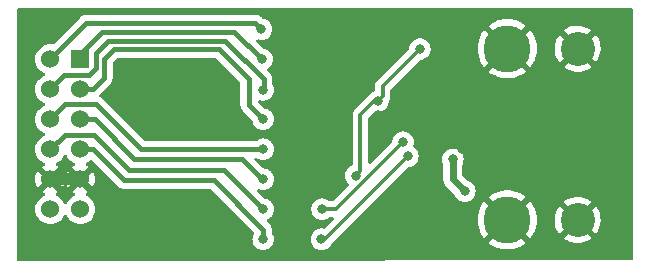
<source format=gbl>
%TF.GenerationSoftware,KiCad,Pcbnew,(6.0.5)*%
%TF.CreationDate,2022-06-04T23:49:02-06:00*%
%TF.ProjectId,PMOD_HDMI,504d4f44-5f48-4444-9d49-2e6b69636164,rev?*%
%TF.SameCoordinates,Original*%
%TF.FileFunction,Copper,L2,Bot*%
%TF.FilePolarity,Positive*%
%FSLAX46Y46*%
G04 Gerber Fmt 4.6, Leading zero omitted, Abs format (unit mm)*
G04 Created by KiCad (PCBNEW (6.0.5)) date 2022-06-04 23:49:02*
%MOMM*%
%LPD*%
G01*
G04 APERTURE LIST*
%TA.AperFunction,ComponentPad*%
%ADD10R,1.524000X1.524000*%
%TD*%
%TA.AperFunction,ComponentPad*%
%ADD11C,1.524000*%
%TD*%
%TA.AperFunction,ComponentPad*%
%ADD12C,3.990000*%
%TD*%
%TA.AperFunction,ComponentPad*%
%ADD13C,2.880000*%
%TD*%
%TA.AperFunction,ViaPad*%
%ADD14C,0.800000*%
%TD*%
%TA.AperFunction,Conductor*%
%ADD15C,0.400000*%
%TD*%
%TA.AperFunction,Conductor*%
%ADD16C,0.300000*%
%TD*%
%TA.AperFunction,Conductor*%
%ADD17C,1.000000*%
%TD*%
%TA.AperFunction,Conductor*%
%ADD18C,0.600000*%
%TD*%
G04 APERTURE END LIST*
D10*
%TO.P,PMOD1,1,IOA0*%
%TO.N,/HDMI_BN*%
X80010000Y-97790000D03*
D11*
%TO.P,PMOD1,7,IOB0*%
%TO.N,/HDMI_BP*%
X77470000Y-97790000D03*
%TO.P,PMOD1,2,IOA1*%
%TO.N,/HDMI_GN*%
X80010000Y-100330000D03*
%TO.P,PMOD1,8,IOB1*%
%TO.N,/HDMI_GP*%
X77470000Y-100330000D03*
%TO.P,PMOD1,3,IOA2*%
%TO.N,/HDMI_RN*%
X80010000Y-102870000D03*
%TO.P,PMOD1,9,IOB2*%
%TO.N,/HDMI_RP*%
X77470000Y-102870000D03*
%TO.P,PMOD1,4,IOA3*%
%TO.N,/HDMI_CN*%
X80010000Y-105410000D03*
%TO.P,PMOD1,10,IOB3*%
%TO.N,/HDMI_CP*%
X77470000Y-105410000D03*
%TO.P,PMOD1,5,GND*%
%TO.N,GND*%
X80010000Y-107950000D03*
%TO.P,PMOD1,11,GND*%
X77470000Y-107950000D03*
%TO.P,PMOD1,6,VCC*%
%TO.N,+3V3*%
X80010000Y-110490000D03*
%TO.P,PMOD1,12,VCC*%
X77470000Y-110490000D03*
%TD*%
D12*
%TO.P,J1,MH1,MH1*%
%TO.N,GND*%
X116160000Y-96890000D03*
%TO.P,J1,MH2,MH2*%
X116160000Y-111390000D03*
D13*
%TO.P,J1,MH3,MH3*%
X122120000Y-96890000D03*
%TO.P,J1,MH4,MH4*%
X122120000Y-111390000D03*
%TD*%
D14*
%TO.N,GND*%
X82346800Y-100787200D03*
X91287600Y-98247200D03*
%TO.N,+3V3*%
X103327200Y-107645200D03*
X108762800Y-96926400D03*
X105206800Y-101346000D03*
%TO.N,/HDMI_BN*%
X95402400Y-97790000D03*
%TO.N,/HDMI_BP*%
X95351600Y-95250000D03*
%TO.N,/HDMI_CN*%
X95504000Y-113030000D03*
%TO.N,/HDMI_CP*%
X95504000Y-110490000D03*
%TO.N,/HDMI_RN*%
X95504000Y-107950000D03*
%TO.N,/HDMI_RP*%
X95504000Y-105410000D03*
%TO.N,/HDMI_GN*%
X95504000Y-102870000D03*
%TO.N,/HDMI_GP*%
X95504000Y-100380800D03*
%TO.N,GND*%
X105254687Y-102538900D03*
%TO.N,/HDMI_CLKN*%
X100431600Y-113030000D03*
X107746800Y-106019600D03*
%TO.N,/HDMI_CLKP*%
X100482400Y-110490000D03*
X107340400Y-104800400D03*
%TO.N,/HDMI_5V*%
X112572800Y-108966000D03*
X111556800Y-106273600D03*
%TO.N,GND*%
X107325332Y-101869068D03*
X112369600Y-105389020D03*
%TD*%
D15*
%TO.N,/HDMI_RN*%
X81229200Y-102870000D02*
X80010000Y-102870000D01*
X84582000Y-106222800D02*
X81229200Y-102870000D01*
X95402400Y-107950000D02*
X93675200Y-106222800D01*
X95504000Y-107950000D02*
X95402400Y-107950000D01*
X93675200Y-106222800D02*
X84582000Y-106222800D01*
%TO.N,/HDMI_GN*%
X91762325Y-96943925D02*
X82837275Y-96943925D01*
X94284800Y-101650800D02*
X94284800Y-99466400D01*
X94284800Y-99466400D02*
X91762325Y-96943925D01*
X82036330Y-97744870D02*
X82036330Y-99391380D01*
X81097710Y-100330000D02*
X80010000Y-100330000D01*
X95504000Y-102870000D02*
X94284800Y-101650800D01*
X82837275Y-96943925D02*
X82036330Y-97744870D01*
X82036330Y-99391380D02*
X81097710Y-100330000D01*
%TO.N,/HDMI_GP*%
X95554800Y-100330000D02*
X95504000Y-100380800D01*
X95554800Y-99466400D02*
X95554800Y-100330000D01*
X82397600Y-96215200D02*
X92303600Y-96215200D01*
X81381600Y-97231200D02*
X82397600Y-96215200D01*
X92303600Y-96215200D02*
X95554800Y-99466400D01*
X80772000Y-99161600D02*
X81381600Y-98552000D01*
X78638400Y-99161600D02*
X80772000Y-99161600D01*
X81381600Y-98552000D02*
X81381600Y-97231200D01*
X77470000Y-100330000D02*
X78638400Y-99161600D01*
%TO.N,/HDMI_BN*%
X81889600Y-95453200D02*
X93065600Y-95453200D01*
X93065600Y-95453200D02*
X95402400Y-97790000D01*
X80010000Y-97332800D02*
X81889600Y-95453200D01*
X80010000Y-97790000D02*
X80010000Y-97332800D01*
D16*
%TO.N,+3V3*%
X105613200Y-100939600D02*
X105206800Y-101346000D01*
X108762800Y-96926400D02*
X105613200Y-100076000D01*
X105613200Y-100076000D02*
X105613200Y-100939600D01*
X103733600Y-102514400D02*
X104902000Y-101346000D01*
X104902000Y-101346000D02*
X105206800Y-101346000D01*
X103733600Y-107238800D02*
X103733600Y-102514400D01*
X103327200Y-107645200D02*
X103733600Y-107238800D01*
D15*
%TO.N,/HDMI_BP*%
X80518000Y-94742000D02*
X94843600Y-94742000D01*
X94843600Y-94742000D02*
X95351600Y-95250000D01*
X77470000Y-97790000D02*
X80518000Y-94742000D01*
%TO.N,/HDMI_CN*%
X83718400Y-108051600D02*
X81076800Y-105410000D01*
X91338400Y-108051600D02*
X83718400Y-108051600D01*
X95504000Y-112217200D02*
X91338400Y-108051600D01*
X95504000Y-113030000D02*
X95504000Y-112217200D01*
X81076800Y-105410000D02*
X80010000Y-105410000D01*
%TO.N,/HDMI_CP*%
X78689200Y-104190800D02*
X77470000Y-105410000D01*
X81178400Y-104190800D02*
X78689200Y-104190800D01*
X84124800Y-107137200D02*
X81178400Y-104190800D01*
X92151200Y-107137200D02*
X84124800Y-107137200D01*
X95504000Y-110490000D02*
X92151200Y-107137200D01*
%TO.N,/HDMI_RP*%
X78740000Y-101600000D02*
X77470000Y-102870000D01*
X81330800Y-101600000D02*
X78740000Y-101600000D01*
X85140800Y-105410000D02*
X81330800Y-101600000D01*
X95504000Y-105410000D02*
X85140800Y-105410000D01*
D17*
%TO.N,GND*%
X80010000Y-107950000D02*
X77470000Y-107950000D01*
D18*
%TO.N,/HDMI_5V*%
X111556800Y-107950000D02*
X111556800Y-106273600D01*
X112572800Y-108966000D02*
X111556800Y-107950000D01*
D16*
%TO.N,/HDMI_CLKN*%
X100431600Y-113030000D02*
X100736400Y-113030000D01*
X100736400Y-113030000D02*
X107746800Y-106019600D01*
%TO.N,/HDMI_CLKP*%
X101650800Y-110490000D02*
X100482400Y-110490000D01*
X107340400Y-104800400D02*
X101650800Y-110490000D01*
%TD*%
%TA.AperFunction,Conductor*%
%TO.N,GND*%
G36*
X126738921Y-93492002D02*
G01*
X126785414Y-93545658D01*
X126796800Y-93598000D01*
X126796800Y-114682123D01*
X126776798Y-114750244D01*
X126723142Y-114796737D01*
X126670924Y-114808123D01*
X84625760Y-114849102D01*
X74802123Y-114858677D01*
X74733983Y-114838741D01*
X74687437Y-114785131D01*
X74676000Y-114732677D01*
X74676000Y-110490000D01*
X76194647Y-110490000D01*
X76214022Y-110711463D01*
X76271560Y-110926196D01*
X76273882Y-110931177D01*
X76273883Y-110931178D01*
X76363186Y-111122689D01*
X76363189Y-111122694D01*
X76365512Y-111127676D01*
X76368668Y-111132183D01*
X76368669Y-111132185D01*
X76394099Y-111168502D01*
X76493023Y-111309781D01*
X76650219Y-111466977D01*
X76654727Y-111470134D01*
X76654730Y-111470136D01*
X76730495Y-111523187D01*
X76832323Y-111594488D01*
X76837305Y-111596811D01*
X76837310Y-111596814D01*
X77028822Y-111686117D01*
X77033804Y-111688440D01*
X77039112Y-111689862D01*
X77039114Y-111689863D01*
X77072408Y-111698784D01*
X77248537Y-111745978D01*
X77470000Y-111765353D01*
X77691463Y-111745978D01*
X77867592Y-111698784D01*
X77900886Y-111689863D01*
X77900888Y-111689862D01*
X77906196Y-111688440D01*
X77911178Y-111686117D01*
X78102690Y-111596814D01*
X78102695Y-111596811D01*
X78107677Y-111594488D01*
X78209505Y-111523187D01*
X78285270Y-111470136D01*
X78285273Y-111470134D01*
X78289781Y-111466977D01*
X78446977Y-111309781D01*
X78545902Y-111168502D01*
X78571331Y-111132185D01*
X78571332Y-111132183D01*
X78574488Y-111127676D01*
X78576811Y-111122694D01*
X78576814Y-111122689D01*
X78625805Y-111017627D01*
X78672723Y-110964342D01*
X78741000Y-110944881D01*
X78808960Y-110965423D01*
X78854195Y-111017627D01*
X78903186Y-111122689D01*
X78903189Y-111122694D01*
X78905512Y-111127676D01*
X78908668Y-111132183D01*
X78908669Y-111132185D01*
X78934099Y-111168502D01*
X79033023Y-111309781D01*
X79190219Y-111466977D01*
X79194727Y-111470134D01*
X79194730Y-111470136D01*
X79270495Y-111523187D01*
X79372323Y-111594488D01*
X79377305Y-111596811D01*
X79377310Y-111596814D01*
X79568822Y-111686117D01*
X79573804Y-111688440D01*
X79579112Y-111689862D01*
X79579114Y-111689863D01*
X79612408Y-111698784D01*
X79788537Y-111745978D01*
X80010000Y-111765353D01*
X80231463Y-111745978D01*
X80407592Y-111698784D01*
X80440886Y-111689863D01*
X80440888Y-111689862D01*
X80446196Y-111688440D01*
X80451178Y-111686117D01*
X80642690Y-111596814D01*
X80642695Y-111596811D01*
X80647677Y-111594488D01*
X80749505Y-111523187D01*
X80825270Y-111470136D01*
X80825273Y-111470134D01*
X80829781Y-111466977D01*
X80986977Y-111309781D01*
X81085902Y-111168502D01*
X81111331Y-111132185D01*
X81111332Y-111132183D01*
X81114488Y-111127676D01*
X81116811Y-111122694D01*
X81116814Y-111122689D01*
X81206117Y-110931178D01*
X81206118Y-110931177D01*
X81208440Y-110926196D01*
X81265978Y-110711463D01*
X81285353Y-110490000D01*
X81265978Y-110268537D01*
X81208440Y-110053804D01*
X81164127Y-109958774D01*
X81116814Y-109857311D01*
X81116811Y-109857306D01*
X81114488Y-109852324D01*
X81109286Y-109844895D01*
X80990136Y-109674730D01*
X80990134Y-109674727D01*
X80986977Y-109670219D01*
X80829781Y-109513023D01*
X80825273Y-109509866D01*
X80825270Y-109509864D01*
X80742888Y-109452180D01*
X80647677Y-109385512D01*
X80642695Y-109383189D01*
X80642690Y-109383186D01*
X80537035Y-109333919D01*
X80483750Y-109287002D01*
X80464289Y-109218725D01*
X80484831Y-109150765D01*
X80537035Y-109105529D01*
X80642445Y-109056376D01*
X80651931Y-109050898D01*
X80695764Y-109020207D01*
X80704139Y-109009729D01*
X80697071Y-108996281D01*
X80022812Y-108322022D01*
X80008868Y-108314408D01*
X80007035Y-108314539D01*
X80000420Y-108318790D01*
X79322207Y-108997003D01*
X79315777Y-109008777D01*
X79325074Y-109020793D01*
X79368069Y-109050898D01*
X79377555Y-109056376D01*
X79482965Y-109105529D01*
X79536250Y-109152446D01*
X79555711Y-109220723D01*
X79535169Y-109288683D01*
X79482965Y-109333919D01*
X79377311Y-109383186D01*
X79377306Y-109383189D01*
X79372324Y-109385512D01*
X79367817Y-109388668D01*
X79367815Y-109388669D01*
X79194730Y-109509864D01*
X79194727Y-109509866D01*
X79190219Y-109513023D01*
X79033023Y-109670219D01*
X79029866Y-109674727D01*
X79029864Y-109674730D01*
X78910714Y-109844895D01*
X78905512Y-109852324D01*
X78903189Y-109857306D01*
X78903186Y-109857311D01*
X78854195Y-109962373D01*
X78807277Y-110015658D01*
X78739000Y-110035119D01*
X78671040Y-110014577D01*
X78625805Y-109962373D01*
X78576814Y-109857311D01*
X78576811Y-109857306D01*
X78574488Y-109852324D01*
X78569286Y-109844895D01*
X78450136Y-109674730D01*
X78450134Y-109674727D01*
X78446977Y-109670219D01*
X78289781Y-109513023D01*
X78285273Y-109509866D01*
X78285270Y-109509864D01*
X78202888Y-109452180D01*
X78107677Y-109385512D01*
X78102695Y-109383189D01*
X78102690Y-109383186D01*
X77997035Y-109333919D01*
X77943750Y-109287002D01*
X77924289Y-109218725D01*
X77944831Y-109150765D01*
X77997035Y-109105529D01*
X78102445Y-109056376D01*
X78111931Y-109050898D01*
X78155764Y-109020207D01*
X78164139Y-109009729D01*
X78157071Y-108996281D01*
X77482812Y-108322022D01*
X77468868Y-108314408D01*
X77467035Y-108314539D01*
X77460420Y-108318790D01*
X76782207Y-108997003D01*
X76775777Y-109008777D01*
X76785074Y-109020793D01*
X76828069Y-109050898D01*
X76837555Y-109056376D01*
X76942965Y-109105529D01*
X76996250Y-109152446D01*
X77015711Y-109220723D01*
X76995169Y-109288683D01*
X76942965Y-109333919D01*
X76837311Y-109383186D01*
X76837306Y-109383189D01*
X76832324Y-109385512D01*
X76827817Y-109388668D01*
X76827815Y-109388669D01*
X76654730Y-109509864D01*
X76654727Y-109509866D01*
X76650219Y-109513023D01*
X76493023Y-109670219D01*
X76489866Y-109674727D01*
X76489864Y-109674730D01*
X76370714Y-109844895D01*
X76365512Y-109852324D01*
X76363189Y-109857306D01*
X76363186Y-109857311D01*
X76315873Y-109958774D01*
X76271560Y-110053804D01*
X76214022Y-110268537D01*
X76194647Y-110490000D01*
X74676000Y-110490000D01*
X74676000Y-107955475D01*
X76195628Y-107955475D01*
X76214038Y-108165896D01*
X76215941Y-108176691D01*
X76270609Y-108380715D01*
X76274355Y-108391007D01*
X76363623Y-108582441D01*
X76369103Y-108591932D01*
X76399794Y-108635765D01*
X76410271Y-108644140D01*
X76423718Y-108637072D01*
X77097978Y-107962812D01*
X77104356Y-107951132D01*
X77834408Y-107951132D01*
X77834539Y-107952965D01*
X77838790Y-107959580D01*
X78517003Y-108637793D01*
X78528777Y-108644223D01*
X78540793Y-108634926D01*
X78570897Y-108591932D01*
X78576377Y-108582441D01*
X78625805Y-108476443D01*
X78672722Y-108423158D01*
X78741000Y-108403697D01*
X78808960Y-108424239D01*
X78854195Y-108476443D01*
X78903623Y-108582441D01*
X78909103Y-108591932D01*
X78939794Y-108635765D01*
X78950271Y-108644140D01*
X78963718Y-108637072D01*
X79637978Y-107962812D01*
X79644356Y-107951132D01*
X80374408Y-107951132D01*
X80374539Y-107952965D01*
X80378790Y-107959580D01*
X81057003Y-108637793D01*
X81068777Y-108644223D01*
X81080793Y-108634926D01*
X81110897Y-108591932D01*
X81116377Y-108582441D01*
X81205645Y-108391007D01*
X81209391Y-108380715D01*
X81264059Y-108176691D01*
X81265962Y-108165896D01*
X81284372Y-107955475D01*
X81284372Y-107944525D01*
X81265962Y-107734104D01*
X81264059Y-107723309D01*
X81209391Y-107519285D01*
X81205645Y-107508993D01*
X81116377Y-107317559D01*
X81110897Y-107308068D01*
X81080206Y-107264235D01*
X81069729Y-107255860D01*
X81056282Y-107262928D01*
X80382022Y-107937188D01*
X80374408Y-107951132D01*
X79644356Y-107951132D01*
X79645592Y-107948868D01*
X79645461Y-107947035D01*
X79641210Y-107940420D01*
X78962997Y-107262207D01*
X78951223Y-107255777D01*
X78939207Y-107265074D01*
X78909103Y-107308068D01*
X78903623Y-107317559D01*
X78854195Y-107423557D01*
X78807278Y-107476842D01*
X78739000Y-107496303D01*
X78671040Y-107475761D01*
X78625805Y-107423557D01*
X78576377Y-107317559D01*
X78570897Y-107308068D01*
X78540206Y-107264235D01*
X78529729Y-107255860D01*
X78516282Y-107262928D01*
X77842022Y-107937188D01*
X77834408Y-107951132D01*
X77104356Y-107951132D01*
X77105592Y-107948868D01*
X77105461Y-107947035D01*
X77101210Y-107940420D01*
X76422997Y-107262207D01*
X76411223Y-107255777D01*
X76399207Y-107265074D01*
X76369103Y-107308068D01*
X76363623Y-107317559D01*
X76274355Y-107508993D01*
X76270609Y-107519285D01*
X76215941Y-107723309D01*
X76214038Y-107734104D01*
X76195628Y-107944525D01*
X76195628Y-107955475D01*
X74676000Y-107955475D01*
X74676000Y-105410000D01*
X76194647Y-105410000D01*
X76214022Y-105631463D01*
X76271560Y-105846196D01*
X76273882Y-105851177D01*
X76273883Y-105851178D01*
X76363186Y-106042689D01*
X76363189Y-106042694D01*
X76365512Y-106047676D01*
X76368668Y-106052183D01*
X76368669Y-106052185D01*
X76483238Y-106215806D01*
X76493023Y-106229781D01*
X76650219Y-106386977D01*
X76654727Y-106390134D01*
X76654730Y-106390136D01*
X76656187Y-106391156D01*
X76832323Y-106514488D01*
X76837305Y-106516811D01*
X76837310Y-106516814D01*
X76942965Y-106566081D01*
X76996250Y-106612998D01*
X77015711Y-106681275D01*
X76995169Y-106749235D01*
X76942965Y-106794471D01*
X76837559Y-106843623D01*
X76828068Y-106849103D01*
X76784235Y-106879794D01*
X76775860Y-106890271D01*
X76782928Y-106903718D01*
X77457188Y-107577978D01*
X77471132Y-107585592D01*
X77472965Y-107585461D01*
X77479580Y-107581210D01*
X78157793Y-106902997D01*
X78164223Y-106891223D01*
X78154926Y-106879207D01*
X78111931Y-106849102D01*
X78102445Y-106843624D01*
X77997035Y-106794471D01*
X77943750Y-106747554D01*
X77924289Y-106679277D01*
X77944831Y-106611317D01*
X77997035Y-106566081D01*
X78102690Y-106516814D01*
X78102695Y-106516811D01*
X78107677Y-106514488D01*
X78283813Y-106391156D01*
X78285270Y-106390136D01*
X78285273Y-106390134D01*
X78289781Y-106386977D01*
X78446977Y-106229781D01*
X78456763Y-106215806D01*
X78571331Y-106052185D01*
X78571332Y-106052183D01*
X78574488Y-106047676D01*
X78576811Y-106042694D01*
X78576814Y-106042689D01*
X78625805Y-105937627D01*
X78672723Y-105884342D01*
X78741000Y-105864881D01*
X78808960Y-105885423D01*
X78854195Y-105937627D01*
X78903186Y-106042689D01*
X78903189Y-106042694D01*
X78905512Y-106047676D01*
X78908668Y-106052183D01*
X78908669Y-106052185D01*
X79023238Y-106215806D01*
X79033023Y-106229781D01*
X79190219Y-106386977D01*
X79194727Y-106390134D01*
X79194730Y-106390136D01*
X79196187Y-106391156D01*
X79372323Y-106514488D01*
X79377305Y-106516811D01*
X79377310Y-106516814D01*
X79482965Y-106566081D01*
X79536250Y-106612998D01*
X79555711Y-106681275D01*
X79535169Y-106749235D01*
X79482965Y-106794471D01*
X79377559Y-106843623D01*
X79368068Y-106849103D01*
X79324235Y-106879794D01*
X79315860Y-106890271D01*
X79322928Y-106903718D01*
X79997188Y-107577978D01*
X80011132Y-107585592D01*
X80012965Y-107585461D01*
X80019580Y-107581210D01*
X80697793Y-106902997D01*
X80704223Y-106891223D01*
X80694926Y-106879207D01*
X80651931Y-106849102D01*
X80642445Y-106843624D01*
X80537035Y-106794471D01*
X80483750Y-106747554D01*
X80464289Y-106679277D01*
X80484831Y-106611317D01*
X80537035Y-106566081D01*
X80642690Y-106516814D01*
X80642695Y-106516811D01*
X80647677Y-106514488D01*
X80823813Y-106391156D01*
X80825270Y-106390136D01*
X80825273Y-106390134D01*
X80829781Y-106386977D01*
X80851699Y-106365059D01*
X80914011Y-106331033D01*
X80984826Y-106336098D01*
X81029889Y-106365059D01*
X83196950Y-108532120D01*
X83202804Y-108538385D01*
X83240839Y-108581985D01*
X83250424Y-108588721D01*
X83293097Y-108618712D01*
X83298393Y-108622645D01*
X83348682Y-108662077D01*
X83355604Y-108665202D01*
X83357852Y-108666564D01*
X83372585Y-108674968D01*
X83374924Y-108676222D01*
X83381139Y-108680590D01*
X83388215Y-108683349D01*
X83388219Y-108683351D01*
X83440674Y-108703802D01*
X83446752Y-108706357D01*
X83504974Y-108732645D01*
X83512445Y-108734029D01*
X83514999Y-108734830D01*
X83531278Y-108739467D01*
X83533833Y-108740123D01*
X83540909Y-108742882D01*
X83569362Y-108746628D01*
X83604251Y-108751221D01*
X83610767Y-108752253D01*
X83653106Y-108760100D01*
X83673587Y-108763896D01*
X83681167Y-108763459D01*
X83681168Y-108763459D01*
X83735798Y-108760309D01*
X83743051Y-108760100D01*
X90992740Y-108760100D01*
X91060861Y-108780102D01*
X91081835Y-108797005D01*
X94701326Y-112416496D01*
X94735352Y-112478808D01*
X94730287Y-112549623D01*
X94721351Y-112568589D01*
X94669473Y-112658444D01*
X94610458Y-112840072D01*
X94609768Y-112846633D01*
X94609768Y-112846635D01*
X94598144Y-112957236D01*
X94590496Y-113030000D01*
X94591186Y-113036565D01*
X94609118Y-113207175D01*
X94610458Y-113219928D01*
X94669473Y-113401556D01*
X94764960Y-113566944D01*
X94892747Y-113708866D01*
X95047248Y-113821118D01*
X95053276Y-113823802D01*
X95053278Y-113823803D01*
X95117823Y-113852540D01*
X95221712Y-113898794D01*
X95315112Y-113918647D01*
X95402056Y-113937128D01*
X95402061Y-113937128D01*
X95408513Y-113938500D01*
X95599487Y-113938500D01*
X95605939Y-113937128D01*
X95605944Y-113937128D01*
X95692887Y-113918647D01*
X95786288Y-113898794D01*
X95890177Y-113852540D01*
X95954722Y-113823803D01*
X95954724Y-113823802D01*
X95960752Y-113821118D01*
X96115253Y-113708866D01*
X96243040Y-113566944D01*
X96338527Y-113401556D01*
X96397542Y-113219928D01*
X96398883Y-113207175D01*
X96416814Y-113036565D01*
X96417504Y-113030000D01*
X99518096Y-113030000D01*
X99518786Y-113036565D01*
X99536718Y-113207175D01*
X99538058Y-113219928D01*
X99597073Y-113401556D01*
X99692560Y-113566944D01*
X99820347Y-113708866D01*
X99974848Y-113821118D01*
X99980876Y-113823802D01*
X99980878Y-113823803D01*
X100045423Y-113852540D01*
X100149312Y-113898794D01*
X100242712Y-113918647D01*
X100329656Y-113937128D01*
X100329661Y-113937128D01*
X100336113Y-113938500D01*
X100527087Y-113938500D01*
X100533539Y-113937128D01*
X100533544Y-113937128D01*
X100620487Y-113918647D01*
X100713888Y-113898794D01*
X100817777Y-113852540D01*
X100882322Y-113823803D01*
X100882324Y-113823802D01*
X100888352Y-113821118D01*
X101042853Y-113708866D01*
X101170640Y-113566944D01*
X101216884Y-113486847D01*
X101236908Y-113460752D01*
X101365253Y-113332407D01*
X114582301Y-113332407D01*
X114591130Y-113344027D01*
X114812965Y-113505200D01*
X114819647Y-113509440D01*
X115088705Y-113657357D01*
X115095840Y-113660714D01*
X115381318Y-113773743D01*
X115388843Y-113776188D01*
X115686218Y-113852540D01*
X115693989Y-113854023D01*
X115998594Y-113892503D01*
X116006484Y-113893000D01*
X116313516Y-113893000D01*
X116321406Y-113892503D01*
X116626011Y-113854023D01*
X116633782Y-113852540D01*
X116931157Y-113776188D01*
X116938682Y-113773743D01*
X117224160Y-113660714D01*
X117231295Y-113657357D01*
X117500353Y-113509440D01*
X117507035Y-113505200D01*
X117729243Y-113343757D01*
X117737666Y-113332834D01*
X117730762Y-113319973D01*
X116172810Y-111762020D01*
X116158869Y-111754408D01*
X116157034Y-111754539D01*
X116150420Y-111758790D01*
X114588914Y-113320297D01*
X114582301Y-113332407D01*
X101365253Y-113332407D01*
X103303702Y-111393958D01*
X113652300Y-111393958D01*
X113671578Y-111700366D01*
X113672571Y-111708229D01*
X113730099Y-112009801D01*
X113732070Y-112017478D01*
X113826942Y-112309465D01*
X113829857Y-112316828D01*
X113960580Y-112594628D01*
X113964392Y-112601561D01*
X114128905Y-112860791D01*
X114133550Y-112867184D01*
X114208046Y-112957236D01*
X114220566Y-112965692D01*
X114231303Y-112959486D01*
X115787980Y-111402810D01*
X115794357Y-111391131D01*
X116524408Y-111391131D01*
X116524539Y-111392966D01*
X116528790Y-111399580D01*
X118087594Y-112958383D01*
X118100856Y-112965625D01*
X118110960Y-112958437D01*
X118129324Y-112936239D01*
X120938928Y-112936239D01*
X120946318Y-112946541D01*
X120993573Y-112985014D01*
X121000849Y-112990127D01*
X121229548Y-113127815D01*
X121237472Y-113131852D01*
X121483294Y-113235945D01*
X121491699Y-113238823D01*
X121749747Y-113307242D01*
X121758468Y-113308906D01*
X122023585Y-113340285D01*
X122032451Y-113340703D01*
X122299334Y-113334414D01*
X122308188Y-113333577D01*
X122571523Y-113289746D01*
X122580157Y-113287673D01*
X122834687Y-113207175D01*
X122842952Y-113203903D01*
X123083610Y-113088342D01*
X123091320Y-113083944D01*
X123294108Y-112948446D01*
X123302396Y-112938528D01*
X123295139Y-112924349D01*
X122132812Y-111762022D01*
X122118868Y-111754408D01*
X122117035Y-111754539D01*
X122110420Y-111758790D01*
X120946094Y-112923116D01*
X120938928Y-112936239D01*
X118129324Y-112936239D01*
X118186450Y-112867184D01*
X118191095Y-112860791D01*
X118355608Y-112601561D01*
X118359420Y-112594628D01*
X118490143Y-112316828D01*
X118493058Y-112309465D01*
X118587930Y-112017478D01*
X118589901Y-112009801D01*
X118647429Y-111708229D01*
X118648422Y-111700366D01*
X118667700Y-111393958D01*
X118667700Y-111386042D01*
X118664370Y-111333108D01*
X120168163Y-111333108D01*
X120178643Y-111599859D01*
X120179618Y-111608688D01*
X120227580Y-111871305D01*
X120229789Y-111879908D01*
X120314274Y-112133143D01*
X120317678Y-112141360D01*
X120437001Y-112380164D01*
X120441525Y-112387812D01*
X120562598Y-112562989D01*
X120572918Y-112571342D01*
X120586572Y-112564218D01*
X121747978Y-111402812D01*
X121754356Y-111391132D01*
X122484408Y-111391132D01*
X122484539Y-111392965D01*
X122488790Y-111399580D01*
X123653908Y-112564698D01*
X123667308Y-112572015D01*
X123677213Y-112565028D01*
X123697127Y-112541337D01*
X123702345Y-112534155D01*
X123843615Y-112307637D01*
X123847776Y-112299777D01*
X123955713Y-112055629D01*
X123958729Y-112047252D01*
X124031188Y-111790332D01*
X124032992Y-111781624D01*
X124068695Y-111515810D01*
X124069223Y-111509417D01*
X124072875Y-111393222D01*
X124072748Y-111386779D01*
X124053807Y-111119275D01*
X124052554Y-111110465D01*
X123996367Y-110849484D01*
X123993891Y-110840963D01*
X123901490Y-110590499D01*
X123897835Y-110582404D01*
X123771068Y-110347465D01*
X123766306Y-110339960D01*
X123676361Y-110218184D01*
X123665236Y-110209744D01*
X123652640Y-110216570D01*
X122492022Y-111377188D01*
X122484408Y-111391132D01*
X121754356Y-111391132D01*
X121755592Y-111388868D01*
X121755461Y-111387035D01*
X121751210Y-111380420D01*
X120587336Y-110216546D01*
X120574495Y-110209534D01*
X120563806Y-110217329D01*
X120507487Y-110288769D01*
X120502494Y-110296117D01*
X120368411Y-110526959D01*
X120364503Y-110534933D01*
X120264283Y-110782364D01*
X120261534Y-110790826D01*
X120197179Y-111049902D01*
X120195651Y-111058660D01*
X120168442Y-111324224D01*
X120168163Y-111333108D01*
X118664370Y-111333108D01*
X118648422Y-111079634D01*
X118647429Y-111071771D01*
X118589901Y-110770199D01*
X118587930Y-110762522D01*
X118493058Y-110470535D01*
X118490143Y-110463172D01*
X118359420Y-110185372D01*
X118355608Y-110178439D01*
X118191095Y-109919209D01*
X118186450Y-109912816D01*
X118129533Y-109844014D01*
X120939369Y-109844014D01*
X120946349Y-109857139D01*
X122107188Y-111017978D01*
X122121132Y-111025592D01*
X122122965Y-111025461D01*
X122129580Y-111021210D01*
X123293343Y-109857447D01*
X123300197Y-109844895D01*
X123291990Y-109833824D01*
X123195768Y-109760390D01*
X123188339Y-109755510D01*
X122955423Y-109625070D01*
X122947390Y-109621289D01*
X122698397Y-109524962D01*
X122689924Y-109522355D01*
X122429852Y-109462074D01*
X122421074Y-109460684D01*
X122155108Y-109437649D01*
X122146237Y-109437509D01*
X121879668Y-109452180D01*
X121870863Y-109453292D01*
X121609021Y-109505376D01*
X121600469Y-109507716D01*
X121348588Y-109596169D01*
X121340421Y-109599703D01*
X121103524Y-109722762D01*
X121095952Y-109727402D01*
X120947772Y-109833292D01*
X120939369Y-109844014D01*
X118129533Y-109844014D01*
X118111954Y-109822764D01*
X118099434Y-109814308D01*
X118088697Y-109820514D01*
X116532020Y-111377190D01*
X116524408Y-111391131D01*
X115794357Y-111391131D01*
X115795592Y-111388869D01*
X115795461Y-111387034D01*
X115791210Y-111380420D01*
X114232406Y-109821617D01*
X114219144Y-109814375D01*
X114209040Y-109821563D01*
X114133550Y-109912816D01*
X114128905Y-109919209D01*
X113964392Y-110178439D01*
X113960580Y-110185372D01*
X113829857Y-110463172D01*
X113826942Y-110470535D01*
X113732070Y-110762522D01*
X113730099Y-110770199D01*
X113672571Y-111071771D01*
X113671578Y-111079634D01*
X113652300Y-111386042D01*
X113652300Y-111393958D01*
X103303702Y-111393958D01*
X107732655Y-106965005D01*
X107794967Y-106930979D01*
X107821750Y-106928100D01*
X107842287Y-106928100D01*
X107848739Y-106926728D01*
X107848744Y-106926728D01*
X107935687Y-106908247D01*
X108029088Y-106888394D01*
X108048404Y-106879794D01*
X108197522Y-106813403D01*
X108197524Y-106813402D01*
X108203552Y-106810718D01*
X108358053Y-106698466D01*
X108373532Y-106681275D01*
X108481421Y-106561452D01*
X108481422Y-106561451D01*
X108485840Y-106556544D01*
X108581327Y-106391156D01*
X108619524Y-106273600D01*
X110643296Y-106273600D01*
X110663258Y-106463528D01*
X110722273Y-106645156D01*
X110731420Y-106660998D01*
X110748300Y-106723997D01*
X110748300Y-107940786D01*
X110748293Y-107942106D01*
X110747349Y-108032221D01*
X110756511Y-108074597D01*
X110758569Y-108087163D01*
X110763403Y-108130255D01*
X110765719Y-108136906D01*
X110765720Y-108136910D01*
X110774433Y-108161930D01*
X110778596Y-108176742D01*
X110785681Y-108209510D01*
X110804008Y-108248813D01*
X110808790Y-108260589D01*
X110823055Y-108301552D01*
X110826789Y-108307527D01*
X110826790Y-108307530D01*
X110840827Y-108329995D01*
X110848166Y-108343512D01*
X110859359Y-108367514D01*
X110862338Y-108373902D01*
X110866655Y-108379467D01*
X110866656Y-108379469D01*
X110888906Y-108408153D01*
X110896202Y-108418612D01*
X110919174Y-108455376D01*
X110924134Y-108460371D01*
X110924135Y-108460372D01*
X110947776Y-108484179D01*
X110948361Y-108484804D01*
X110948878Y-108485470D01*
X110974868Y-108511460D01*
X111046985Y-108584082D01*
X111048022Y-108584740D01*
X111049251Y-108585843D01*
X111686708Y-109223300D01*
X111717446Y-109273458D01*
X111738273Y-109337556D01*
X111833760Y-109502944D01*
X111838178Y-109507851D01*
X111838179Y-109507852D01*
X111957125Y-109639955D01*
X111961547Y-109644866D01*
X112116048Y-109757118D01*
X112122076Y-109759802D01*
X112122078Y-109759803D01*
X112284481Y-109832109D01*
X112290512Y-109834794D01*
X112351771Y-109847815D01*
X112470856Y-109873128D01*
X112470861Y-109873128D01*
X112477313Y-109874500D01*
X112668287Y-109874500D01*
X112674739Y-109873128D01*
X112674744Y-109873128D01*
X112793829Y-109847815D01*
X112855088Y-109834794D01*
X112861119Y-109832109D01*
X113023522Y-109759803D01*
X113023524Y-109759802D01*
X113029552Y-109757118D01*
X113184053Y-109644866D01*
X113188475Y-109639955D01*
X113307421Y-109507852D01*
X113307422Y-109507851D01*
X113311840Y-109502944D01*
X113344044Y-109447166D01*
X114582334Y-109447166D01*
X114589238Y-109460027D01*
X116147190Y-111017980D01*
X116161131Y-111025592D01*
X116162966Y-111025461D01*
X116169580Y-111021210D01*
X117731086Y-109459703D01*
X117737699Y-109447593D01*
X117728870Y-109435973D01*
X117507035Y-109274800D01*
X117500353Y-109270560D01*
X117231295Y-109122643D01*
X117224160Y-109119286D01*
X116938682Y-109006257D01*
X116931157Y-109003812D01*
X116633782Y-108927460D01*
X116626011Y-108925977D01*
X116321406Y-108887497D01*
X116313516Y-108887000D01*
X116006484Y-108887000D01*
X115998594Y-108887497D01*
X115693989Y-108925977D01*
X115686218Y-108927460D01*
X115388843Y-109003812D01*
X115381318Y-109006257D01*
X115095840Y-109119286D01*
X115088705Y-109122643D01*
X114819647Y-109270560D01*
X114812965Y-109274800D01*
X114590757Y-109436243D01*
X114582334Y-109447166D01*
X113344044Y-109447166D01*
X113379640Y-109385512D01*
X113404023Y-109343279D01*
X113404024Y-109343277D01*
X113407327Y-109337556D01*
X113466342Y-109155928D01*
X113469841Y-109122643D01*
X113485614Y-108972565D01*
X113486304Y-108966000D01*
X113482169Y-108926655D01*
X113467032Y-108782635D01*
X113467032Y-108782633D01*
X113466342Y-108776072D01*
X113407327Y-108594444D01*
X113401345Y-108584082D01*
X113321986Y-108446629D01*
X113311840Y-108429056D01*
X113306530Y-108423158D01*
X113188475Y-108292045D01*
X113188474Y-108292044D01*
X113184053Y-108287134D01*
X113046303Y-108187052D01*
X113034894Y-108178763D01*
X113034893Y-108178762D01*
X113029552Y-108174882D01*
X113023524Y-108172198D01*
X113023522Y-108172197D01*
X112862558Y-108100532D01*
X112824712Y-108074520D01*
X112402205Y-107652013D01*
X112368179Y-107589701D01*
X112365300Y-107562918D01*
X112365300Y-106723997D01*
X112382180Y-106660998D01*
X112391327Y-106645156D01*
X112450342Y-106463528D01*
X112470304Y-106273600D01*
X112466108Y-106233678D01*
X112451032Y-106090235D01*
X112451032Y-106090233D01*
X112450342Y-106083672D01*
X112391327Y-105902044D01*
X112295840Y-105736656D01*
X112216054Y-105648044D01*
X112172475Y-105599645D01*
X112172474Y-105599644D01*
X112168053Y-105594734D01*
X112013552Y-105482482D01*
X112007524Y-105479798D01*
X112007522Y-105479797D01*
X111845119Y-105407491D01*
X111845118Y-105407491D01*
X111839088Y-105404806D01*
X111745688Y-105384953D01*
X111658744Y-105366472D01*
X111658739Y-105366472D01*
X111652287Y-105365100D01*
X111461313Y-105365100D01*
X111454861Y-105366472D01*
X111454856Y-105366472D01*
X111367912Y-105384953D01*
X111274512Y-105404806D01*
X111268482Y-105407491D01*
X111268481Y-105407491D01*
X111106078Y-105479797D01*
X111106076Y-105479798D01*
X111100048Y-105482482D01*
X110945547Y-105594734D01*
X110941126Y-105599644D01*
X110941125Y-105599645D01*
X110897547Y-105648044D01*
X110817760Y-105736656D01*
X110722273Y-105902044D01*
X110663258Y-106083672D01*
X110662568Y-106090233D01*
X110662568Y-106090235D01*
X110647492Y-106233678D01*
X110643296Y-106273600D01*
X108619524Y-106273600D01*
X108640342Y-106209528D01*
X108660304Y-106019600D01*
X108659614Y-106013035D01*
X108641032Y-105836235D01*
X108641032Y-105836233D01*
X108640342Y-105829672D01*
X108581327Y-105648044D01*
X108574822Y-105636776D01*
X108489141Y-105488374D01*
X108485840Y-105482656D01*
X108426332Y-105416565D01*
X108362475Y-105345645D01*
X108362474Y-105345644D01*
X108358053Y-105340734D01*
X108239595Y-105254669D01*
X108196242Y-105198448D01*
X108190167Y-105127712D01*
X108193824Y-105113798D01*
X108231902Y-104996606D01*
X108233942Y-104990328D01*
X108236203Y-104968822D01*
X108253214Y-104806965D01*
X108253904Y-104800400D01*
X108240980Y-104677436D01*
X108234632Y-104617035D01*
X108234632Y-104617033D01*
X108233942Y-104610472D01*
X108174927Y-104428844D01*
X108079440Y-104263456D01*
X108071102Y-104254195D01*
X107956075Y-104126445D01*
X107956074Y-104126444D01*
X107951653Y-104121534D01*
X107797152Y-104009282D01*
X107791124Y-104006598D01*
X107791122Y-104006597D01*
X107628719Y-103934291D01*
X107628718Y-103934291D01*
X107622688Y-103931606D01*
X107529288Y-103911753D01*
X107442344Y-103893272D01*
X107442339Y-103893272D01*
X107435887Y-103891900D01*
X107244913Y-103891900D01*
X107238461Y-103893272D01*
X107238456Y-103893272D01*
X107151512Y-103911753D01*
X107058112Y-103931606D01*
X107052082Y-103934291D01*
X107052081Y-103934291D01*
X106889678Y-104006597D01*
X106889676Y-104006598D01*
X106883648Y-104009282D01*
X106729147Y-104121534D01*
X106724726Y-104126444D01*
X106724725Y-104126445D01*
X106609699Y-104254195D01*
X106601360Y-104263456D01*
X106505873Y-104428844D01*
X106503831Y-104435129D01*
X106453439Y-104590219D01*
X106446858Y-104610472D01*
X106446168Y-104617035D01*
X106446168Y-104617037D01*
X106433645Y-104736186D01*
X106406632Y-104801843D01*
X106397430Y-104812111D01*
X104607195Y-106602346D01*
X104544883Y-106636372D01*
X104474068Y-106631307D01*
X104417232Y-106588760D01*
X104392421Y-106522240D01*
X104392100Y-106513251D01*
X104392100Y-102839350D01*
X104412102Y-102771229D01*
X104429005Y-102750255D01*
X104909086Y-102270174D01*
X104971398Y-102236148D01*
X105024377Y-102236022D01*
X105095955Y-102251235D01*
X105111313Y-102254500D01*
X105302287Y-102254500D01*
X105308739Y-102253128D01*
X105308744Y-102253128D01*
X105427829Y-102227815D01*
X105489088Y-102214794D01*
X105495119Y-102212109D01*
X105657522Y-102139803D01*
X105657524Y-102139802D01*
X105663552Y-102137118D01*
X105671672Y-102131219D01*
X105740007Y-102081570D01*
X105818053Y-102024866D01*
X105840592Y-101999834D01*
X105941421Y-101887852D01*
X105941422Y-101887851D01*
X105945840Y-101882944D01*
X106013640Y-101765512D01*
X106038023Y-101723279D01*
X106038024Y-101723278D01*
X106041327Y-101717556D01*
X106100342Y-101535928D01*
X106114033Y-101405668D01*
X106140219Y-101342022D01*
X106140086Y-101341926D01*
X106140483Y-101341380D01*
X106141046Y-101340011D01*
X106143686Y-101336971D01*
X106144749Y-101335508D01*
X106150172Y-101329733D01*
X106153988Y-101322791D01*
X106153992Y-101322786D01*
X106160501Y-101310945D01*
X106171358Y-101294416D01*
X106179647Y-101283731D01*
X106179648Y-101283729D01*
X106184504Y-101277469D01*
X106202857Y-101235056D01*
X106208068Y-101224419D01*
X106230324Y-101183937D01*
X106232721Y-101174603D01*
X106235657Y-101163166D01*
X106242059Y-101144464D01*
X106250579Y-101124777D01*
X106257805Y-101079152D01*
X106260213Y-101067526D01*
X106269729Y-101030465D01*
X106269729Y-101030464D01*
X106271700Y-101022788D01*
X106271700Y-101001342D01*
X106273251Y-100981631D01*
X106275366Y-100968278D01*
X106276606Y-100960449D01*
X106272259Y-100914464D01*
X106271700Y-100902606D01*
X106271700Y-100400950D01*
X106291702Y-100332829D01*
X106308605Y-100311855D01*
X107788053Y-98832407D01*
X114582301Y-98832407D01*
X114591130Y-98844027D01*
X114812965Y-99005200D01*
X114819647Y-99009440D01*
X115088705Y-99157357D01*
X115095840Y-99160714D01*
X115381318Y-99273743D01*
X115388843Y-99276188D01*
X115686218Y-99352540D01*
X115693989Y-99354023D01*
X115998594Y-99392503D01*
X116006484Y-99393000D01*
X116313516Y-99393000D01*
X116321406Y-99392503D01*
X116626011Y-99354023D01*
X116633782Y-99352540D01*
X116931157Y-99276188D01*
X116938682Y-99273743D01*
X117224160Y-99160714D01*
X117231295Y-99157357D01*
X117500353Y-99009440D01*
X117507035Y-99005200D01*
X117729243Y-98843757D01*
X117737666Y-98832834D01*
X117730762Y-98819973D01*
X116172810Y-97262020D01*
X116158869Y-97254408D01*
X116157034Y-97254539D01*
X116150420Y-97258790D01*
X114588914Y-98820297D01*
X114582301Y-98832407D01*
X107788053Y-98832407D01*
X108748655Y-97871805D01*
X108810967Y-97837779D01*
X108837750Y-97834900D01*
X108858287Y-97834900D01*
X108864739Y-97833528D01*
X108864744Y-97833528D01*
X108951688Y-97815047D01*
X109045088Y-97795194D01*
X109069051Y-97784525D01*
X109213522Y-97720203D01*
X109213524Y-97720202D01*
X109219552Y-97717518D01*
X109374053Y-97605266D01*
X109378730Y-97600072D01*
X109497421Y-97468252D01*
X109497422Y-97468251D01*
X109501840Y-97463344D01*
X109597327Y-97297956D01*
X109656342Y-97116328D01*
X109671699Y-96970219D01*
X109675614Y-96932965D01*
X109676304Y-96926400D01*
X109672894Y-96893958D01*
X113652300Y-96893958D01*
X113671578Y-97200366D01*
X113672571Y-97208229D01*
X113730099Y-97509801D01*
X113732070Y-97517478D01*
X113826942Y-97809465D01*
X113829857Y-97816828D01*
X113960580Y-98094628D01*
X113964392Y-98101561D01*
X114128905Y-98360791D01*
X114133550Y-98367184D01*
X114208046Y-98457236D01*
X114220566Y-98465692D01*
X114231303Y-98459486D01*
X115787980Y-96902810D01*
X115794357Y-96891131D01*
X116524408Y-96891131D01*
X116524539Y-96892966D01*
X116528790Y-96899580D01*
X118087594Y-98458383D01*
X118100856Y-98465625D01*
X118110960Y-98458437D01*
X118129324Y-98436239D01*
X120938928Y-98436239D01*
X120946318Y-98446541D01*
X120993573Y-98485014D01*
X121000849Y-98490127D01*
X121229548Y-98627815D01*
X121237472Y-98631852D01*
X121483294Y-98735945D01*
X121491699Y-98738823D01*
X121749747Y-98807242D01*
X121758468Y-98808906D01*
X122023585Y-98840285D01*
X122032451Y-98840703D01*
X122299334Y-98834414D01*
X122308188Y-98833577D01*
X122571523Y-98789746D01*
X122580157Y-98787673D01*
X122834687Y-98707175D01*
X122842952Y-98703903D01*
X123083610Y-98588342D01*
X123091320Y-98583944D01*
X123294108Y-98448446D01*
X123302396Y-98438528D01*
X123295139Y-98424349D01*
X122132812Y-97262022D01*
X122118868Y-97254408D01*
X122117035Y-97254539D01*
X122110420Y-97258790D01*
X120946094Y-98423116D01*
X120938928Y-98436239D01*
X118129324Y-98436239D01*
X118186450Y-98367184D01*
X118191095Y-98360791D01*
X118355608Y-98101561D01*
X118359420Y-98094628D01*
X118490143Y-97816828D01*
X118493058Y-97809465D01*
X118587930Y-97517478D01*
X118589901Y-97509801D01*
X118647429Y-97208229D01*
X118648422Y-97200366D01*
X118667700Y-96893958D01*
X118667700Y-96886042D01*
X118664370Y-96833108D01*
X120168163Y-96833108D01*
X120178643Y-97099859D01*
X120179618Y-97108688D01*
X120227580Y-97371305D01*
X120229789Y-97379908D01*
X120314274Y-97633143D01*
X120317678Y-97641360D01*
X120437001Y-97880164D01*
X120441525Y-97887812D01*
X120562598Y-98062989D01*
X120572918Y-98071342D01*
X120586572Y-98064218D01*
X121747978Y-96902812D01*
X121754356Y-96891132D01*
X122484408Y-96891132D01*
X122484539Y-96892965D01*
X122488790Y-96899580D01*
X123653908Y-98064698D01*
X123667308Y-98072015D01*
X123677213Y-98065028D01*
X123697127Y-98041337D01*
X123702345Y-98034155D01*
X123843615Y-97807637D01*
X123847776Y-97799777D01*
X123955713Y-97555629D01*
X123958729Y-97547252D01*
X124031188Y-97290332D01*
X124032992Y-97281624D01*
X124068695Y-97015810D01*
X124069223Y-97009417D01*
X124072875Y-96893222D01*
X124072748Y-96886779D01*
X124053807Y-96619275D01*
X124052554Y-96610465D01*
X123996367Y-96349484D01*
X123993891Y-96340963D01*
X123901490Y-96090499D01*
X123897835Y-96082404D01*
X123771068Y-95847465D01*
X123766306Y-95839960D01*
X123676361Y-95718184D01*
X123665236Y-95709744D01*
X123652640Y-95716570D01*
X122492022Y-96877188D01*
X122484408Y-96891132D01*
X121754356Y-96891132D01*
X121755592Y-96888868D01*
X121755461Y-96887035D01*
X121751210Y-96880420D01*
X120587336Y-95716546D01*
X120574495Y-95709534D01*
X120563806Y-95717329D01*
X120507487Y-95788769D01*
X120502494Y-95796117D01*
X120368411Y-96026959D01*
X120364503Y-96034933D01*
X120264283Y-96282364D01*
X120261534Y-96290826D01*
X120197179Y-96549902D01*
X120195651Y-96558660D01*
X120168442Y-96824224D01*
X120168163Y-96833108D01*
X118664370Y-96833108D01*
X118648422Y-96579634D01*
X118647429Y-96571771D01*
X118589901Y-96270199D01*
X118587930Y-96262522D01*
X118493058Y-95970535D01*
X118490143Y-95963172D01*
X118359420Y-95685372D01*
X118355608Y-95678439D01*
X118191095Y-95419209D01*
X118186450Y-95412816D01*
X118129533Y-95344014D01*
X120939369Y-95344014D01*
X120946349Y-95357139D01*
X122107188Y-96517978D01*
X122121132Y-96525592D01*
X122122965Y-96525461D01*
X122129580Y-96521210D01*
X123293343Y-95357447D01*
X123300197Y-95344895D01*
X123291990Y-95333824D01*
X123195768Y-95260390D01*
X123188339Y-95255510D01*
X122955423Y-95125070D01*
X122947390Y-95121289D01*
X122698397Y-95024962D01*
X122689924Y-95022355D01*
X122429852Y-94962074D01*
X122421074Y-94960684D01*
X122155108Y-94937649D01*
X122146237Y-94937509D01*
X121879668Y-94952180D01*
X121870863Y-94953292D01*
X121609021Y-95005376D01*
X121600469Y-95007716D01*
X121348588Y-95096169D01*
X121340421Y-95099703D01*
X121103524Y-95222762D01*
X121095952Y-95227402D01*
X120947772Y-95333292D01*
X120939369Y-95344014D01*
X118129533Y-95344014D01*
X118111954Y-95322764D01*
X118099434Y-95314308D01*
X118088697Y-95320514D01*
X116532020Y-96877190D01*
X116524408Y-96891131D01*
X115794357Y-96891131D01*
X115795592Y-96888869D01*
X115795461Y-96887034D01*
X115791210Y-96880420D01*
X114232406Y-95321617D01*
X114219144Y-95314375D01*
X114209040Y-95321563D01*
X114133550Y-95412816D01*
X114128905Y-95419209D01*
X113964392Y-95678439D01*
X113960580Y-95685372D01*
X113829857Y-95963172D01*
X113826942Y-95970535D01*
X113732070Y-96262522D01*
X113730099Y-96270199D01*
X113672571Y-96571771D01*
X113671578Y-96579634D01*
X113652300Y-96886042D01*
X113652300Y-96893958D01*
X109672894Y-96893958D01*
X109656342Y-96736472D01*
X109597327Y-96554844D01*
X109589277Y-96540900D01*
X109505141Y-96395174D01*
X109501840Y-96389456D01*
X109374053Y-96247534D01*
X109219552Y-96135282D01*
X109213524Y-96132598D01*
X109213522Y-96132597D01*
X109051119Y-96060291D01*
X109051118Y-96060291D01*
X109045088Y-96057606D01*
X108938421Y-96034933D01*
X108864744Y-96019272D01*
X108864739Y-96019272D01*
X108858287Y-96017900D01*
X108667313Y-96017900D01*
X108660861Y-96019272D01*
X108660856Y-96019272D01*
X108587179Y-96034933D01*
X108480512Y-96057606D01*
X108474482Y-96060291D01*
X108474481Y-96060291D01*
X108312078Y-96132597D01*
X108312076Y-96132598D01*
X108306048Y-96135282D01*
X108151547Y-96247534D01*
X108023760Y-96389456D01*
X108020459Y-96395174D01*
X107936324Y-96540900D01*
X107928273Y-96554844D01*
X107869258Y-96736472D01*
X107868568Y-96743035D01*
X107868568Y-96743036D01*
X107856045Y-96862186D01*
X107829032Y-96927842D01*
X107819830Y-96938110D01*
X105205595Y-99552345D01*
X105196815Y-99560335D01*
X105196813Y-99560337D01*
X105190120Y-99564584D01*
X105184694Y-99570362D01*
X105184693Y-99570363D01*
X105141596Y-99616257D01*
X105138841Y-99619099D01*
X105118273Y-99639667D01*
X105115556Y-99643170D01*
X105107848Y-99652195D01*
X105076228Y-99685867D01*
X105072407Y-99692818D01*
X105072406Y-99692819D01*
X105065897Y-99704658D01*
X105055043Y-99721182D01*
X105049258Y-99728641D01*
X105041896Y-99738132D01*
X105038749Y-99745404D01*
X105038748Y-99745406D01*
X105023546Y-99780535D01*
X105018324Y-99791195D01*
X105006853Y-99812061D01*
X104996076Y-99831663D01*
X104990741Y-99852441D01*
X104984342Y-99871131D01*
X104975820Y-99890824D01*
X104974580Y-99898655D01*
X104968594Y-99936448D01*
X104966187Y-99948071D01*
X104954700Y-99992812D01*
X104954700Y-100014259D01*
X104953149Y-100033969D01*
X104949794Y-100055152D01*
X104950540Y-100063043D01*
X104954141Y-100101138D01*
X104954700Y-100112996D01*
X104954700Y-100381940D01*
X104934698Y-100450061D01*
X104879948Y-100497047D01*
X104756081Y-100552195D01*
X104756074Y-100552199D01*
X104750048Y-100554882D01*
X104595547Y-100667134D01*
X104467760Y-100809056D01*
X104438464Y-100859799D01*
X104421516Y-100889153D01*
X104401492Y-100915248D01*
X103325995Y-101990745D01*
X103317215Y-101998735D01*
X103317213Y-101998737D01*
X103310520Y-102002984D01*
X103305094Y-102008762D01*
X103305093Y-102008763D01*
X103261996Y-102054657D01*
X103259241Y-102057499D01*
X103238673Y-102078067D01*
X103235956Y-102081570D01*
X103228248Y-102090595D01*
X103196628Y-102124267D01*
X103192807Y-102131218D01*
X103192806Y-102131219D01*
X103186297Y-102143058D01*
X103175443Y-102159582D01*
X103167977Y-102169208D01*
X103162296Y-102176532D01*
X103159149Y-102183804D01*
X103159148Y-102183806D01*
X103143946Y-102218935D01*
X103138724Y-102229595D01*
X103116476Y-102270063D01*
X103111141Y-102290841D01*
X103104742Y-102309531D01*
X103096220Y-102329224D01*
X103089287Y-102372996D01*
X103088994Y-102374848D01*
X103086587Y-102386471D01*
X103075100Y-102431212D01*
X103075100Y-102452659D01*
X103073549Y-102472369D01*
X103070194Y-102493552D01*
X103070940Y-102501443D01*
X103074541Y-102539538D01*
X103075100Y-102551396D01*
X103075100Y-106681140D01*
X103055098Y-106749261D01*
X103000348Y-106796247D01*
X102876481Y-106851395D01*
X102876474Y-106851399D01*
X102870448Y-106854082D01*
X102865107Y-106857962D01*
X102865106Y-106857963D01*
X102826917Y-106885709D01*
X102715947Y-106966334D01*
X102588160Y-107108256D01*
X102560481Y-107156197D01*
X102502941Y-107255860D01*
X102492673Y-107273644D01*
X102433658Y-107455272D01*
X102432968Y-107461833D01*
X102432968Y-107461835D01*
X102420052Y-107584729D01*
X102413696Y-107645200D01*
X102414386Y-107651765D01*
X102425110Y-107753794D01*
X102433658Y-107835128D01*
X102492673Y-108016756D01*
X102588160Y-108182144D01*
X102592578Y-108187051D01*
X102592579Y-108187052D01*
X102715947Y-108324066D01*
X102713765Y-108326031D01*
X102744250Y-108375647D01*
X102742813Y-108446629D01*
X102711755Y-108497786D01*
X102060175Y-109149365D01*
X101414945Y-109794595D01*
X101352633Y-109828621D01*
X101325850Y-109831500D01*
X101162624Y-109831500D01*
X101094503Y-109811498D01*
X101088563Y-109807436D01*
X101088309Y-109807251D01*
X101019307Y-109757118D01*
X100944494Y-109702763D01*
X100944493Y-109702762D01*
X100939152Y-109698882D01*
X100933124Y-109696198D01*
X100933122Y-109696197D01*
X100770719Y-109623891D01*
X100770718Y-109623891D01*
X100764688Y-109621206D01*
X100646899Y-109596169D01*
X100584344Y-109582872D01*
X100584339Y-109582872D01*
X100577887Y-109581500D01*
X100386913Y-109581500D01*
X100380461Y-109582872D01*
X100380456Y-109582872D01*
X100317901Y-109596169D01*
X100200112Y-109621206D01*
X100194082Y-109623891D01*
X100194081Y-109623891D01*
X100031678Y-109696197D01*
X100031676Y-109696198D01*
X100025648Y-109698882D01*
X99871147Y-109811134D01*
X99866726Y-109816044D01*
X99866725Y-109816045D01*
X99829447Y-109857447D01*
X99743360Y-109953056D01*
X99647873Y-110118444D01*
X99588858Y-110300072D01*
X99588168Y-110306633D01*
X99588168Y-110306635D01*
X99583877Y-110347465D01*
X99568896Y-110490000D01*
X99569586Y-110496565D01*
X99572781Y-110526959D01*
X99588858Y-110679928D01*
X99647873Y-110861556D01*
X99743360Y-111026944D01*
X99747778Y-111031851D01*
X99747779Y-111031852D01*
X99866725Y-111163955D01*
X99871147Y-111168866D01*
X100025648Y-111281118D01*
X100031676Y-111283802D01*
X100031678Y-111283803D01*
X100194081Y-111356109D01*
X100200112Y-111358794D01*
X100286658Y-111377190D01*
X100380456Y-111397128D01*
X100380461Y-111397128D01*
X100386913Y-111398500D01*
X100577887Y-111398500D01*
X100584339Y-111397128D01*
X100584344Y-111397128D01*
X100678142Y-111377190D01*
X100764688Y-111358794D01*
X100770719Y-111356109D01*
X100933122Y-111283803D01*
X100933124Y-111283802D01*
X100939152Y-111281118D01*
X101088563Y-111172564D01*
X101155431Y-111148706D01*
X101162624Y-111148500D01*
X101382450Y-111148500D01*
X101450571Y-111168502D01*
X101497064Y-111222158D01*
X101507168Y-111292432D01*
X101477674Y-111357012D01*
X101471545Y-111363595D01*
X100729314Y-112105826D01*
X100667002Y-112139852D01*
X100614023Y-112139978D01*
X100533546Y-112122873D01*
X100533547Y-112122873D01*
X100527087Y-112121500D01*
X100336113Y-112121500D01*
X100329661Y-112122872D01*
X100329656Y-112122872D01*
X100249774Y-112139852D01*
X100149312Y-112161206D01*
X100143282Y-112163891D01*
X100143281Y-112163891D01*
X99980878Y-112236197D01*
X99980876Y-112236198D01*
X99974848Y-112238882D01*
X99820347Y-112351134D01*
X99815926Y-112356044D01*
X99815925Y-112356045D01*
X99698685Y-112486254D01*
X99692560Y-112493056D01*
X99597073Y-112658444D01*
X99538058Y-112840072D01*
X99537368Y-112846633D01*
X99537368Y-112846635D01*
X99525744Y-112957236D01*
X99518096Y-113030000D01*
X96417504Y-113030000D01*
X96409856Y-112957236D01*
X96398232Y-112846635D01*
X96398232Y-112846633D01*
X96397542Y-112840072D01*
X96338527Y-112658444D01*
X96284126Y-112564218D01*
X96246342Y-112498775D01*
X96246341Y-112498774D01*
X96243040Y-112493056D01*
X96238621Y-112488148D01*
X96236564Y-112485317D01*
X96212705Y-112418449D01*
X96212500Y-112411256D01*
X96212500Y-112246112D01*
X96212792Y-112237542D01*
X96216209Y-112187424D01*
X96216209Y-112187420D01*
X96216725Y-112179848D01*
X96213472Y-112161206D01*
X96205739Y-112116901D01*
X96204776Y-112110375D01*
X96197102Y-112046958D01*
X96194419Y-112039857D01*
X96193778Y-112037248D01*
X96189315Y-112020938D01*
X96188550Y-112018402D01*
X96187243Y-112010916D01*
X96161556Y-111952400D01*
X96159065Y-111946296D01*
X96139173Y-111893652D01*
X96139172Y-111893651D01*
X96136487Y-111886544D01*
X96132183Y-111880281D01*
X96130946Y-111877915D01*
X96122701Y-111863103D01*
X96121368Y-111860849D01*
X96118315Y-111853895D01*
X96079413Y-111803198D01*
X96075541Y-111797868D01*
X96043661Y-111751480D01*
X96043656Y-111751475D01*
X96039357Y-111745219D01*
X95992829Y-111703764D01*
X95987554Y-111698784D01*
X95819935Y-111531165D01*
X95785909Y-111468853D01*
X95790974Y-111398038D01*
X95833521Y-111341202D01*
X95857782Y-111326963D01*
X95954719Y-111283805D01*
X95954726Y-111283801D01*
X95960752Y-111281118D01*
X96115253Y-111168866D01*
X96119675Y-111163955D01*
X96238621Y-111031852D01*
X96238622Y-111031851D01*
X96243040Y-111026944D01*
X96338527Y-110861556D01*
X96397542Y-110679928D01*
X96413620Y-110526959D01*
X96416814Y-110496565D01*
X96417504Y-110490000D01*
X96402523Y-110347465D01*
X96398232Y-110306635D01*
X96398232Y-110306633D01*
X96397542Y-110300072D01*
X96338527Y-110118444D01*
X96243040Y-109953056D01*
X96156954Y-109857447D01*
X96119675Y-109816045D01*
X96119674Y-109816044D01*
X96115253Y-109811134D01*
X95960752Y-109698882D01*
X95954724Y-109696198D01*
X95954722Y-109696197D01*
X95792319Y-109623891D01*
X95792318Y-109623891D01*
X95786288Y-109621206D01*
X95633431Y-109588715D01*
X95570533Y-109554563D01*
X95004937Y-108988967D01*
X94970911Y-108926655D01*
X94975976Y-108855840D01*
X95018523Y-108799004D01*
X95085043Y-108774193D01*
X95145280Y-108784765D01*
X95215677Y-108816108D01*
X95215685Y-108816111D01*
X95221712Y-108818794D01*
X95315113Y-108838647D01*
X95402056Y-108857128D01*
X95402061Y-108857128D01*
X95408513Y-108858500D01*
X95599487Y-108858500D01*
X95605939Y-108857128D01*
X95605944Y-108857128D01*
X95692887Y-108838647D01*
X95786288Y-108818794D01*
X95792321Y-108816108D01*
X95954722Y-108743803D01*
X95954724Y-108743802D01*
X95960752Y-108741118D01*
X96115253Y-108628866D01*
X96146247Y-108594444D01*
X96238621Y-108491852D01*
X96238622Y-108491851D01*
X96243040Y-108486944D01*
X96305091Y-108379469D01*
X96335223Y-108327279D01*
X96335224Y-108327278D01*
X96338527Y-108321556D01*
X96397542Y-108139928D01*
X96402251Y-108095130D01*
X96416814Y-107956565D01*
X96417504Y-107950000D01*
X96416157Y-107937188D01*
X96398232Y-107766635D01*
X96398232Y-107766633D01*
X96397542Y-107760072D01*
X96338527Y-107578444D01*
X96243040Y-107413056D01*
X96148509Y-107308068D01*
X96119675Y-107276045D01*
X96119674Y-107276044D01*
X96115253Y-107271134D01*
X95960752Y-107158882D01*
X95954724Y-107156198D01*
X95954722Y-107156197D01*
X95792319Y-107083891D01*
X95792318Y-107083891D01*
X95786288Y-107081206D01*
X95692887Y-107061353D01*
X95605944Y-107042872D01*
X95605939Y-107042872D01*
X95599487Y-107041500D01*
X95548062Y-107041500D01*
X95479941Y-107021498D01*
X95458967Y-107004596D01*
X94787966Y-106333595D01*
X94753941Y-106271283D01*
X94759005Y-106200468D01*
X94801552Y-106143632D01*
X94868072Y-106118821D01*
X94877061Y-106118500D01*
X94892595Y-106118500D01*
X94960716Y-106138502D01*
X94966656Y-106142564D01*
X95047248Y-106201118D01*
X95053276Y-106203802D01*
X95053278Y-106203803D01*
X95215681Y-106276109D01*
X95221712Y-106278794D01*
X95315112Y-106298647D01*
X95402056Y-106317128D01*
X95402061Y-106317128D01*
X95408513Y-106318500D01*
X95599487Y-106318500D01*
X95605939Y-106317128D01*
X95605944Y-106317128D01*
X95692887Y-106298647D01*
X95786288Y-106278794D01*
X95792319Y-106276109D01*
X95954722Y-106203803D01*
X95954724Y-106203802D01*
X95960752Y-106201118D01*
X96115253Y-106088866D01*
X96119930Y-106083672D01*
X96238621Y-105951852D01*
X96238622Y-105951851D01*
X96243040Y-105946944D01*
X96338527Y-105781556D01*
X96397542Y-105599928D01*
X96410384Y-105477748D01*
X96416814Y-105416565D01*
X96417504Y-105410000D01*
X96409816Y-105336851D01*
X96398232Y-105226635D01*
X96398232Y-105226633D01*
X96397542Y-105220072D01*
X96338527Y-105038444D01*
X96243040Y-104873056D01*
X96183532Y-104806965D01*
X96119675Y-104736045D01*
X96119674Y-104736044D01*
X96115253Y-104731134D01*
X95960752Y-104618882D01*
X95954724Y-104616198D01*
X95954722Y-104616197D01*
X95792319Y-104543891D01*
X95792318Y-104543891D01*
X95786288Y-104541206D01*
X95692887Y-104521353D01*
X95605944Y-104502872D01*
X95605939Y-104502872D01*
X95599487Y-104501500D01*
X95408513Y-104501500D01*
X95402061Y-104502872D01*
X95402056Y-104502872D01*
X95315112Y-104521353D01*
X95221712Y-104541206D01*
X95215682Y-104543891D01*
X95215681Y-104543891D01*
X95053278Y-104616197D01*
X95053276Y-104616198D01*
X95047248Y-104618882D01*
X95041907Y-104622762D01*
X95041906Y-104622763D01*
X94966656Y-104677436D01*
X94899789Y-104701294D01*
X94892595Y-104701500D01*
X85486461Y-104701500D01*
X85418340Y-104681498D01*
X85397366Y-104664595D01*
X81852250Y-101119480D01*
X81846396Y-101113215D01*
X81846001Y-101112762D01*
X81808361Y-101069615D01*
X81756080Y-101032871D01*
X81750786Y-101028939D01*
X81706493Y-100994209D01*
X81700518Y-100989524D01*
X81693602Y-100986401D01*
X81691316Y-100985017D01*
X81673670Y-100974952D01*
X81668061Y-100971010D01*
X81668060Y-100971009D01*
X81668059Y-100971009D01*
X81669976Y-100968282D01*
X81630070Y-100929044D01*
X81614394Y-100859799D01*
X81638642Y-100793072D01*
X81651049Y-100778631D01*
X82080921Y-100348760D01*
X82516866Y-99912815D01*
X82523131Y-99906962D01*
X82560994Y-99873932D01*
X82560995Y-99873931D01*
X82566715Y-99868941D01*
X82603466Y-99816651D01*
X82607358Y-99811409D01*
X82646806Y-99761098D01*
X82649930Y-99754179D01*
X82651318Y-99751887D01*
X82659687Y-99737215D01*
X82660952Y-99734855D01*
X82665320Y-99728641D01*
X82688533Y-99669103D01*
X82691089Y-99663022D01*
X82695978Y-99652196D01*
X82717375Y-99604807D01*
X82718760Y-99597334D01*
X82719564Y-99594768D01*
X82724185Y-99578545D01*
X82724850Y-99575953D01*
X82727612Y-99568871D01*
X82735952Y-99505519D01*
X82736984Y-99499003D01*
X82747241Y-99443661D01*
X82748625Y-99436194D01*
X82745039Y-99374000D01*
X82744830Y-99366747D01*
X82744830Y-98090531D01*
X82764832Y-98022410D01*
X82781735Y-98001435D01*
X83093842Y-97689329D01*
X83156154Y-97655304D01*
X83182937Y-97652425D01*
X91416665Y-97652425D01*
X91484786Y-97672427D01*
X91505760Y-97689330D01*
X93539395Y-99722966D01*
X93573421Y-99785278D01*
X93576300Y-99812061D01*
X93576300Y-101621888D01*
X93576008Y-101630458D01*
X93572075Y-101688152D01*
X93573380Y-101695629D01*
X93573380Y-101695630D01*
X93583061Y-101751099D01*
X93584023Y-101757621D01*
X93591698Y-101821042D01*
X93594381Y-101828143D01*
X93595022Y-101830752D01*
X93599485Y-101847062D01*
X93600250Y-101849598D01*
X93601557Y-101857084D01*
X93604611Y-101864041D01*
X93627242Y-101915595D01*
X93629733Y-101921699D01*
X93652313Y-101981456D01*
X93656617Y-101987719D01*
X93657854Y-101990085D01*
X93666099Y-102004897D01*
X93667432Y-102007151D01*
X93670485Y-102014105D01*
X93703784Y-102057499D01*
X93709379Y-102064791D01*
X93713259Y-102070132D01*
X93745139Y-102116520D01*
X93745144Y-102116525D01*
X93749443Y-102122781D01*
X93755113Y-102127832D01*
X93755114Y-102127834D01*
X93795961Y-102164227D01*
X93801238Y-102169208D01*
X94569336Y-102937307D01*
X94603361Y-102999619D01*
X94605550Y-103013232D01*
X94610458Y-103059928D01*
X94669473Y-103241556D01*
X94764960Y-103406944D01*
X94769378Y-103411851D01*
X94769379Y-103411852D01*
X94832811Y-103482300D01*
X94892747Y-103548866D01*
X95047248Y-103661118D01*
X95053276Y-103663802D01*
X95053278Y-103663803D01*
X95111626Y-103689781D01*
X95221712Y-103738794D01*
X95315112Y-103758647D01*
X95402056Y-103777128D01*
X95402061Y-103777128D01*
X95408513Y-103778500D01*
X95599487Y-103778500D01*
X95605939Y-103777128D01*
X95605944Y-103777128D01*
X95692887Y-103758647D01*
X95786288Y-103738794D01*
X95896374Y-103689781D01*
X95954722Y-103663803D01*
X95954724Y-103663802D01*
X95960752Y-103661118D01*
X96115253Y-103548866D01*
X96175189Y-103482300D01*
X96238621Y-103411852D01*
X96238622Y-103411851D01*
X96243040Y-103406944D01*
X96338527Y-103241556D01*
X96397542Y-103059928D01*
X96417504Y-102870000D01*
X96407123Y-102771229D01*
X96398232Y-102686635D01*
X96398232Y-102686633D01*
X96397542Y-102680072D01*
X96338527Y-102498444D01*
X96243040Y-102333056D01*
X96205022Y-102290832D01*
X96119675Y-102196045D01*
X96119674Y-102196044D01*
X96115253Y-102191134D01*
X95960752Y-102078882D01*
X95954724Y-102076198D01*
X95954722Y-102076197D01*
X95792319Y-102003891D01*
X95792318Y-102003891D01*
X95786288Y-102001206D01*
X95633431Y-101968715D01*
X95570533Y-101934563D01*
X95093808Y-101457838D01*
X95059782Y-101395526D01*
X95064847Y-101324711D01*
X95107394Y-101267875D01*
X95173914Y-101243064D01*
X95219548Y-101248630D01*
X95221712Y-101249594D01*
X95228164Y-101250966D01*
X95228169Y-101250967D01*
X95402056Y-101287928D01*
X95402061Y-101287928D01*
X95408513Y-101289300D01*
X95599487Y-101289300D01*
X95605939Y-101287928D01*
X95605944Y-101287928D01*
X95700283Y-101267875D01*
X95786288Y-101249594D01*
X95818912Y-101235069D01*
X95954722Y-101174603D01*
X95954724Y-101174602D01*
X95960752Y-101171918D01*
X96115253Y-101059666D01*
X96119675Y-101054755D01*
X96238621Y-100922652D01*
X96238622Y-100922651D01*
X96243040Y-100917744D01*
X96327660Y-100771178D01*
X96335223Y-100758079D01*
X96335224Y-100758078D01*
X96338527Y-100752356D01*
X96397542Y-100570728D01*
X96399009Y-100556776D01*
X96416814Y-100387365D01*
X96417504Y-100380800D01*
X96397542Y-100190872D01*
X96338527Y-100009244D01*
X96280181Y-99908186D01*
X96263300Y-99845186D01*
X96263300Y-99495312D01*
X96263592Y-99486742D01*
X96267009Y-99436624D01*
X96267009Y-99436620D01*
X96267525Y-99429048D01*
X96256538Y-99366097D01*
X96255576Y-99359575D01*
X96248814Y-99303698D01*
X96247902Y-99296158D01*
X96245219Y-99289057D01*
X96244578Y-99286448D01*
X96240115Y-99270138D01*
X96239350Y-99267602D01*
X96238043Y-99260116D01*
X96212356Y-99201600D01*
X96209865Y-99195496D01*
X96189973Y-99142852D01*
X96189972Y-99142851D01*
X96187287Y-99135744D01*
X96182983Y-99129481D01*
X96181746Y-99127115D01*
X96173501Y-99112303D01*
X96172168Y-99110049D01*
X96169115Y-99103095D01*
X96130213Y-99052398D01*
X96126341Y-99047068D01*
X96094461Y-99000680D01*
X96094456Y-99000675D01*
X96090157Y-98994419D01*
X96083447Y-98988440D01*
X96043630Y-98952965D01*
X96038354Y-98947984D01*
X95854776Y-98764406D01*
X95820750Y-98702094D01*
X95825815Y-98631279D01*
X95869810Y-98573375D01*
X95991427Y-98485014D01*
X96013653Y-98468866D01*
X96032039Y-98448446D01*
X96137021Y-98331852D01*
X96137022Y-98331851D01*
X96141440Y-98326944D01*
X96236927Y-98161556D01*
X96295942Y-97979928D01*
X96306428Y-97880164D01*
X96315214Y-97796565D01*
X96315904Y-97790000D01*
X96301747Y-97655304D01*
X96296632Y-97606635D01*
X96296632Y-97606633D01*
X96295942Y-97600072D01*
X96236927Y-97418444D01*
X96141440Y-97253056D01*
X96023983Y-97122606D01*
X96018075Y-97116045D01*
X96018074Y-97116044D01*
X96013653Y-97111134D01*
X95859152Y-96998882D01*
X95853124Y-96996198D01*
X95853122Y-96996197D01*
X95690719Y-96923891D01*
X95690718Y-96923891D01*
X95684688Y-96921206D01*
X95531831Y-96888715D01*
X95468933Y-96854563D01*
X94941408Y-96327038D01*
X94907382Y-96264726D01*
X94912447Y-96193911D01*
X94954994Y-96137075D01*
X95021514Y-96112264D01*
X95067148Y-96117830D01*
X95069312Y-96118794D01*
X95075764Y-96120166D01*
X95075769Y-96120167D01*
X95249656Y-96157128D01*
X95249661Y-96157128D01*
X95256113Y-96158500D01*
X95447087Y-96158500D01*
X95453539Y-96157128D01*
X95453544Y-96157128D01*
X95568950Y-96132597D01*
X95633888Y-96118794D01*
X95765289Y-96060291D01*
X95802322Y-96043803D01*
X95802324Y-96043802D01*
X95808352Y-96041118D01*
X95962853Y-95928866D01*
X96090640Y-95786944D01*
X96186127Y-95621556D01*
X96245142Y-95439928D01*
X96265104Y-95250000D01*
X96262241Y-95222762D01*
X96245832Y-95066635D01*
X96245832Y-95066633D01*
X96245142Y-95060072D01*
X96208456Y-94947166D01*
X114582334Y-94947166D01*
X114589238Y-94960027D01*
X116147190Y-96517980D01*
X116161131Y-96525592D01*
X116162966Y-96525461D01*
X116169580Y-96521210D01*
X117731086Y-94959703D01*
X117737699Y-94947593D01*
X117728870Y-94935973D01*
X117507035Y-94774800D01*
X117500353Y-94770560D01*
X117231295Y-94622643D01*
X117224160Y-94619286D01*
X116938682Y-94506257D01*
X116931157Y-94503812D01*
X116633782Y-94427460D01*
X116626011Y-94425977D01*
X116321406Y-94387497D01*
X116313516Y-94387000D01*
X116006484Y-94387000D01*
X115998594Y-94387497D01*
X115693989Y-94425977D01*
X115686218Y-94427460D01*
X115388843Y-94503812D01*
X115381318Y-94506257D01*
X115095840Y-94619286D01*
X115088705Y-94622643D01*
X114819647Y-94770560D01*
X114812965Y-94774800D01*
X114590757Y-94936243D01*
X114582334Y-94947166D01*
X96208456Y-94947166D01*
X96186127Y-94878444D01*
X96090640Y-94713056D01*
X95962853Y-94571134D01*
X95808352Y-94458882D01*
X95802324Y-94456198D01*
X95802322Y-94456197D01*
X95639919Y-94383891D01*
X95639918Y-94383891D01*
X95633888Y-94381206D01*
X95481031Y-94348715D01*
X95418133Y-94314563D01*
X95365050Y-94261480D01*
X95359196Y-94255215D01*
X95357412Y-94253170D01*
X95321161Y-94211615D01*
X95268880Y-94174871D01*
X95263586Y-94170939D01*
X95219293Y-94136209D01*
X95213318Y-94131524D01*
X95206402Y-94128401D01*
X95204116Y-94127017D01*
X95189435Y-94118643D01*
X95187075Y-94117378D01*
X95180861Y-94113010D01*
X95173782Y-94110250D01*
X95173780Y-94110249D01*
X95121325Y-94089798D01*
X95115256Y-94087247D01*
X95057027Y-94060955D01*
X95049560Y-94059571D01*
X95047005Y-94058770D01*
X95030752Y-94054141D01*
X95028172Y-94053478D01*
X95021091Y-94050718D01*
X95013560Y-94049727D01*
X95013558Y-94049726D01*
X94983939Y-94045827D01*
X94957739Y-94042378D01*
X94951241Y-94041348D01*
X94888414Y-94029704D01*
X94880834Y-94030141D01*
X94880833Y-94030141D01*
X94826208Y-94033291D01*
X94818954Y-94033500D01*
X80546912Y-94033500D01*
X80538342Y-94033208D01*
X80488224Y-94029791D01*
X80488220Y-94029791D01*
X80480648Y-94029275D01*
X80473171Y-94030580D01*
X80473170Y-94030580D01*
X80446692Y-94035201D01*
X80417697Y-94040262D01*
X80411179Y-94041223D01*
X80347758Y-94048898D01*
X80340657Y-94051581D01*
X80338048Y-94052222D01*
X80321738Y-94056685D01*
X80319202Y-94057450D01*
X80311716Y-94058757D01*
X80299586Y-94064082D01*
X80253205Y-94084442D01*
X80247101Y-94086933D01*
X80187344Y-94109513D01*
X80181081Y-94113817D01*
X80178715Y-94115054D01*
X80163903Y-94123299D01*
X80161649Y-94124632D01*
X80154695Y-94127685D01*
X80103998Y-94166587D01*
X80098668Y-94170459D01*
X80052280Y-94202339D01*
X80052275Y-94202344D01*
X80046019Y-94206643D01*
X80040968Y-94212313D01*
X80040966Y-94212314D01*
X80004565Y-94253170D01*
X79999584Y-94258446D01*
X77762936Y-96495094D01*
X77700624Y-96529120D01*
X77662862Y-96531520D01*
X77470000Y-96514647D01*
X77248537Y-96534022D01*
X77107657Y-96571771D01*
X77039114Y-96590137D01*
X77039112Y-96590138D01*
X77033804Y-96591560D01*
X77028823Y-96593882D01*
X77028822Y-96593883D01*
X76837311Y-96683186D01*
X76837306Y-96683189D01*
X76832324Y-96685512D01*
X76827817Y-96688668D01*
X76827815Y-96688669D01*
X76654730Y-96809864D01*
X76654727Y-96809866D01*
X76650219Y-96813023D01*
X76493023Y-96970219D01*
X76489866Y-96974727D01*
X76489864Y-96974730D01*
X76368669Y-97147815D01*
X76365512Y-97152324D01*
X76363189Y-97157306D01*
X76363186Y-97157311D01*
X76300533Y-97291671D01*
X76271560Y-97353804D01*
X76270138Y-97359112D01*
X76270137Y-97359114D01*
X76264565Y-97379908D01*
X76214022Y-97568537D01*
X76194647Y-97790000D01*
X76214022Y-98011463D01*
X76271560Y-98226196D01*
X76273882Y-98231177D01*
X76273883Y-98231178D01*
X76363186Y-98422689D01*
X76363189Y-98422694D01*
X76365512Y-98427676D01*
X76368668Y-98432183D01*
X76368669Y-98432185D01*
X76474932Y-98583944D01*
X76493023Y-98609781D01*
X76650219Y-98766977D01*
X76654727Y-98770134D01*
X76654730Y-98770136D01*
X76725905Y-98819973D01*
X76832323Y-98894488D01*
X76837305Y-98896811D01*
X76837310Y-98896814D01*
X76942373Y-98945805D01*
X76995658Y-98992722D01*
X77015119Y-99060999D01*
X76994577Y-99128959D01*
X76942373Y-99174195D01*
X76837311Y-99223186D01*
X76837306Y-99223189D01*
X76832324Y-99225512D01*
X76827817Y-99228668D01*
X76827815Y-99228669D01*
X76654730Y-99349864D01*
X76654727Y-99349866D01*
X76650219Y-99353023D01*
X76493023Y-99510219D01*
X76489866Y-99514727D01*
X76489864Y-99514730D01*
X76381770Y-99669105D01*
X76365512Y-99692324D01*
X76363189Y-99697306D01*
X76363186Y-99697311D01*
X76303776Y-99824716D01*
X76271560Y-99893804D01*
X76214022Y-100108537D01*
X76194647Y-100330000D01*
X76214022Y-100551463D01*
X76243976Y-100663251D01*
X76267852Y-100752356D01*
X76271560Y-100766196D01*
X76273882Y-100771177D01*
X76273883Y-100771178D01*
X76363186Y-100962689D01*
X76363189Y-100962694D01*
X76365512Y-100967676D01*
X76368668Y-100972183D01*
X76368669Y-100972185D01*
X76440898Y-101075338D01*
X76493023Y-101149781D01*
X76650219Y-101306977D01*
X76654727Y-101310134D01*
X76654730Y-101310136D01*
X76697396Y-101340011D01*
X76832323Y-101434488D01*
X76837305Y-101436811D01*
X76837310Y-101436814D01*
X76942373Y-101485805D01*
X76995658Y-101532722D01*
X77015119Y-101600999D01*
X76994577Y-101668959D01*
X76942373Y-101714195D01*
X76837311Y-101763186D01*
X76837306Y-101763189D01*
X76832324Y-101765512D01*
X76827817Y-101768668D01*
X76827815Y-101768669D01*
X76654730Y-101889864D01*
X76654727Y-101889866D01*
X76650219Y-101893023D01*
X76493023Y-102050219D01*
X76489866Y-102054727D01*
X76489864Y-102054730D01*
X76376826Y-102216166D01*
X76365512Y-102232324D01*
X76363189Y-102237306D01*
X76363186Y-102237311D01*
X76293632Y-102386471D01*
X76271560Y-102433804D01*
X76270138Y-102439112D01*
X76270137Y-102439114D01*
X76261226Y-102472369D01*
X76214022Y-102648537D01*
X76194647Y-102870000D01*
X76214022Y-103091463D01*
X76271560Y-103306196D01*
X76273882Y-103311177D01*
X76273883Y-103311178D01*
X76363186Y-103502689D01*
X76363189Y-103502694D01*
X76365512Y-103507676D01*
X76493023Y-103689781D01*
X76650219Y-103846977D01*
X76654727Y-103850134D01*
X76654730Y-103850136D01*
X76714375Y-103891900D01*
X76832323Y-103974488D01*
X76837305Y-103976811D01*
X76837310Y-103976814D01*
X76942373Y-104025805D01*
X76995658Y-104072722D01*
X77015119Y-104140999D01*
X76994577Y-104208959D01*
X76942373Y-104254195D01*
X76837311Y-104303186D01*
X76837306Y-104303189D01*
X76832324Y-104305512D01*
X76827817Y-104308668D01*
X76827815Y-104308669D01*
X76654730Y-104429864D01*
X76654727Y-104429866D01*
X76650219Y-104433023D01*
X76493023Y-104590219D01*
X76489866Y-104594727D01*
X76489864Y-104594730D01*
X76415103Y-104701500D01*
X76365512Y-104772324D01*
X76363189Y-104777306D01*
X76363186Y-104777311D01*
X76315873Y-104878774D01*
X76271560Y-104973804D01*
X76214022Y-105188537D01*
X76194647Y-105410000D01*
X74676000Y-105410000D01*
X74676000Y-93598000D01*
X74696002Y-93529879D01*
X74749658Y-93483386D01*
X74802000Y-93472000D01*
X126670800Y-93472000D01*
X126738921Y-93492002D01*
G37*
%TD.AperFunction*%
%TD*%
M02*

</source>
